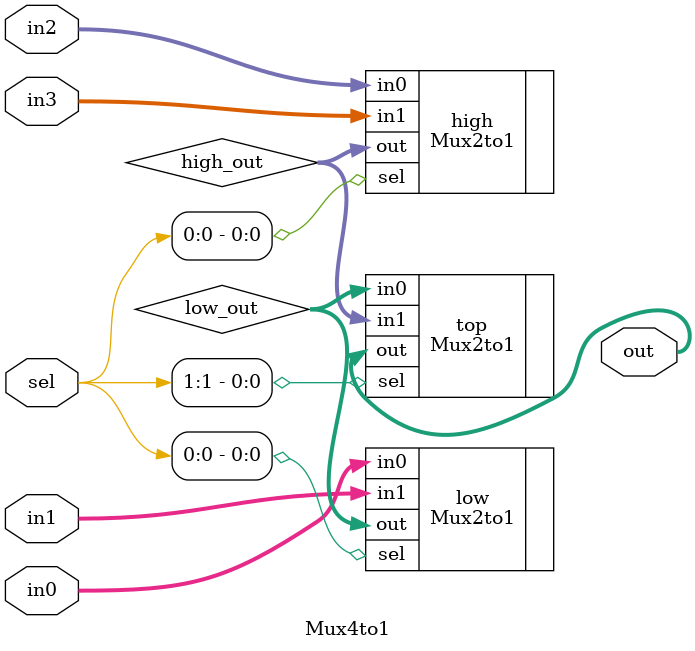
<source format=v>
module Mux16to1(in0, in1, in2, in3, in4, in5, in6, in7,
                in8, in9, in10, in11, in12, in13, in14, in15,
                sel, out);

    input [15:0] in0, in1, in2, in3, in4, in5, in6, in7,
                 in8, in9, in10, in11, in12, in13, in14, in15;
    input [3:0] sel;
    output [15:0] out;

    wire [15:0] low_out, high_out;

    Mux8to1 low(.in0(in0), .in1(in1), .in2(in2), .in3(in3), 
    .in4(in4), .in5(in5), .in6(in6), .in7(in7), .sel(sel[2:0]), .out(low_out));
    Mux8to1 high(.in0(in8), .in1(in9), .in2(in10), .in3(in11), 
    .in4(in12), .in5(in13), .in6(in14), .in7(in15), .sel(sel[2:0]), .out(high_out));
    Mux2to1 top(.in0(low_out), .in1(high_out), .sel(sel[3]), .out(out));

endmodule

module Mux8to1(in0, in1, in2, in3, in4, in5, in6, in7,
               sel, out);

    input [15:0] in0, in1, in2, in3, in4, in5, in6, in7;
    input [2:0] sel;
    output [15:0] out;

    wire [15:0] low_out, high_out;

    Mux4to1 low(.in0(in0), .in1(in1), .in2(in2), .in3(in3), .sel(sel[1:0]), .out(low_out));
    Mux4to1 high(.in0(in4), .in1(in5), .in2(in6), .in3(in7), .sel(sel[1:0]), .out(high_out));
    Mux2to1 top(.in0(low_out), .in1(high_out), .sel(sel[2]), .out(out));

endmodule

module Mux4to1(in0, in1, in2, in3, sel, out);

    input [15:0] in0, in1, in2, in3;
    input [1:0] sel;
    output [15:0] out;

    wire [15:0] low_out, high_out;

    Mux2to1 low(.in0(in0), .in1(in1), .sel(sel[0]), .out(low_out));
    Mux2to1 high(.in0(in2), .in1(in3), .sel(sel[0]), .out(high_out));
    Mux2to1 top(.in0(low_out), .in1(high_out), .sel(sel[1]), .out(out));

endmodule
</source>
